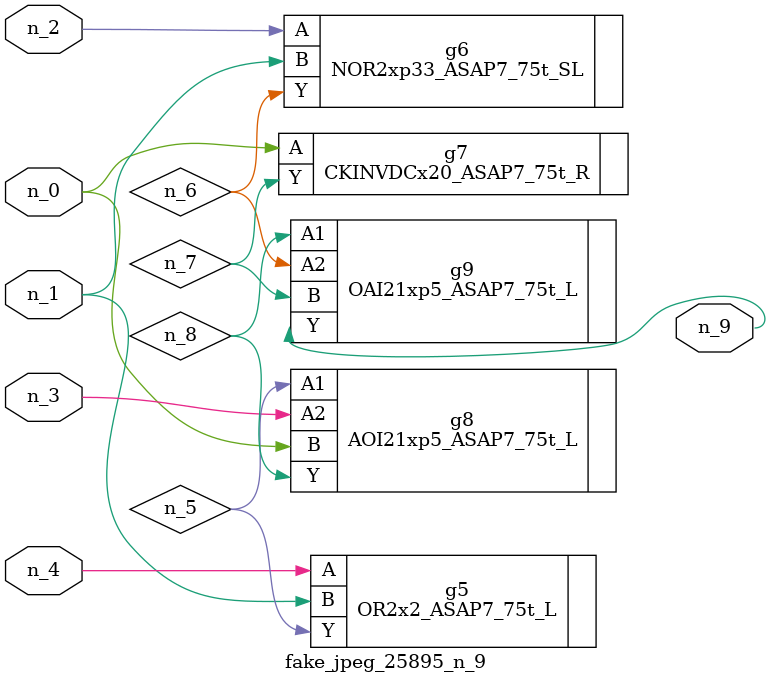
<source format=v>
module fake_jpeg_25895_n_9 (n_3, n_2, n_1, n_0, n_4, n_9);

input n_3;
input n_2;
input n_1;
input n_0;
input n_4;

output n_9;

wire n_8;
wire n_6;
wire n_5;
wire n_7;

OR2x2_ASAP7_75t_L g5 ( 
.A(n_4),
.B(n_1),
.Y(n_5)
);

NOR2xp33_ASAP7_75t_SL g6 ( 
.A(n_2),
.B(n_1),
.Y(n_6)
);

CKINVDCx20_ASAP7_75t_R g7 ( 
.A(n_0),
.Y(n_7)
);

AOI21xp5_ASAP7_75t_L g8 ( 
.A1(n_5),
.A2(n_3),
.B(n_0),
.Y(n_8)
);

OAI21xp5_ASAP7_75t_L g9 ( 
.A1(n_8),
.A2(n_6),
.B(n_7),
.Y(n_9)
);


endmodule
</source>
